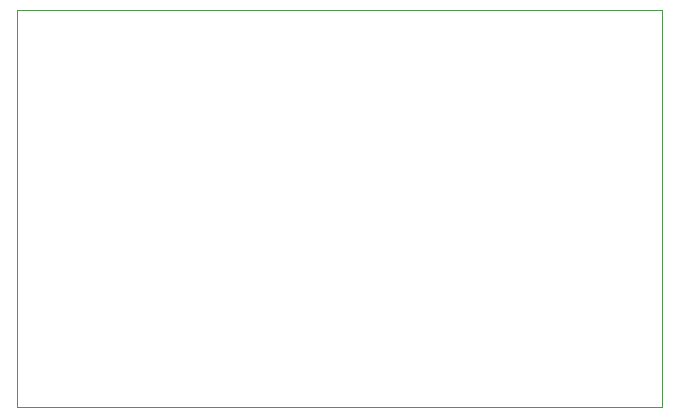
<source format=gm1>
G04 #@! TF.GenerationSoftware,KiCad,Pcbnew,5.1.4*
G04 #@! TF.CreationDate,2019-11-08T16:48:00+01:00*
G04 #@! TF.ProjectId,AsyncDRAM,4173796e-6344-4524-914d-2e6b69636164,rev?*
G04 #@! TF.SameCoordinates,Original*
G04 #@! TF.FileFunction,Profile,NP*
%FSLAX46Y46*%
G04 Gerber Fmt 4.6, Leading zero omitted, Abs format (unit mm)*
G04 Created by KiCad (PCBNEW 5.1.4) date 2019-11-08 16:48:00*
%MOMM*%
%LPD*%
G04 APERTURE LIST*
%ADD10C,0.100000*%
G04 APERTURE END LIST*
D10*
X15240000Y-161925000D02*
X15240000Y-195580000D01*
X69850000Y-161925000D02*
X15240000Y-161925000D01*
X69850000Y-195580000D02*
X69850000Y-161925000D01*
X15240000Y-195580000D02*
X69850000Y-195580000D01*
M02*

</source>
